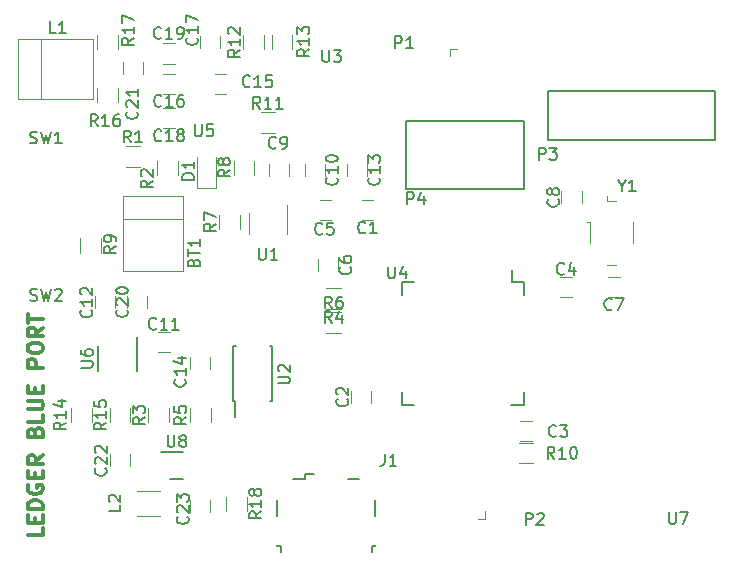
<source format=gto>
G04 #@! TF.FileFunction,Legend,Top*
%FSLAX46Y46*%
G04 Gerber Fmt 4.6, Leading zero omitted, Abs format (unit mm)*
G04 Created by KiCad (PCBNEW 4.0.6+dfsg1-1) date Tue Dec 26 18:50:37 2017*
%MOMM*%
%LPD*%
G01*
G04 APERTURE LIST*
%ADD10C,0.100000*%
%ADD11C,0.300000*%
%ADD12C,0.120000*%
%ADD13C,0.150000*%
G04 APERTURE END LIST*
D10*
D11*
X30113095Y-181310714D02*
X30113095Y-181929761D01*
X28813095Y-181929761D01*
X29432143Y-180877380D02*
X29432143Y-180444047D01*
X30113095Y-180258333D02*
X30113095Y-180877380D01*
X28813095Y-180877380D01*
X28813095Y-180258333D01*
X30113095Y-179701190D02*
X28813095Y-179701190D01*
X28813095Y-179391666D01*
X28875000Y-179205952D01*
X28998810Y-179082143D01*
X29122619Y-179020238D01*
X29370238Y-178958333D01*
X29555952Y-178958333D01*
X29803571Y-179020238D01*
X29927381Y-179082143D01*
X30051190Y-179205952D01*
X30113095Y-179391666D01*
X30113095Y-179701190D01*
X28875000Y-177720238D02*
X28813095Y-177844047D01*
X28813095Y-178029762D01*
X28875000Y-178215476D01*
X28998810Y-178339285D01*
X29122619Y-178401190D01*
X29370238Y-178463095D01*
X29555952Y-178463095D01*
X29803571Y-178401190D01*
X29927381Y-178339285D01*
X30051190Y-178215476D01*
X30113095Y-178029762D01*
X30113095Y-177905952D01*
X30051190Y-177720238D01*
X29989286Y-177658333D01*
X29555952Y-177658333D01*
X29555952Y-177905952D01*
X29432143Y-177101190D02*
X29432143Y-176667857D01*
X30113095Y-176482143D02*
X30113095Y-177101190D01*
X28813095Y-177101190D01*
X28813095Y-176482143D01*
X30113095Y-175182143D02*
X29494048Y-175615476D01*
X30113095Y-175925000D02*
X28813095Y-175925000D01*
X28813095Y-175429762D01*
X28875000Y-175305953D01*
X28936905Y-175244048D01*
X29060714Y-175182143D01*
X29246429Y-175182143D01*
X29370238Y-175244048D01*
X29432143Y-175305953D01*
X29494048Y-175429762D01*
X29494048Y-175925000D01*
X29432143Y-173201191D02*
X29494048Y-173015477D01*
X29555952Y-172953572D01*
X29679762Y-172891667D01*
X29865476Y-172891667D01*
X29989286Y-172953572D01*
X30051190Y-173015477D01*
X30113095Y-173139286D01*
X30113095Y-173634524D01*
X28813095Y-173634524D01*
X28813095Y-173201191D01*
X28875000Y-173077381D01*
X28936905Y-173015477D01*
X29060714Y-172953572D01*
X29184524Y-172953572D01*
X29308333Y-173015477D01*
X29370238Y-173077381D01*
X29432143Y-173201191D01*
X29432143Y-173634524D01*
X30113095Y-171715477D02*
X30113095Y-172334524D01*
X28813095Y-172334524D01*
X28813095Y-171282143D02*
X29865476Y-171282143D01*
X29989286Y-171220238D01*
X30051190Y-171158334D01*
X30113095Y-171034524D01*
X30113095Y-170786905D01*
X30051190Y-170663096D01*
X29989286Y-170601191D01*
X29865476Y-170539286D01*
X28813095Y-170539286D01*
X29432143Y-169920238D02*
X29432143Y-169486905D01*
X30113095Y-169301191D02*
X30113095Y-169920238D01*
X28813095Y-169920238D01*
X28813095Y-169301191D01*
X30113095Y-167753572D02*
X28813095Y-167753572D01*
X28813095Y-167258334D01*
X28875000Y-167134525D01*
X28936905Y-167072620D01*
X29060714Y-167010715D01*
X29246429Y-167010715D01*
X29370238Y-167072620D01*
X29432143Y-167134525D01*
X29494048Y-167258334D01*
X29494048Y-167753572D01*
X28813095Y-166205953D02*
X28813095Y-165958334D01*
X28875000Y-165834525D01*
X28998810Y-165710715D01*
X29246429Y-165648810D01*
X29679762Y-165648810D01*
X29927381Y-165710715D01*
X30051190Y-165834525D01*
X30113095Y-165958334D01*
X30113095Y-166205953D01*
X30051190Y-166329763D01*
X29927381Y-166453572D01*
X29679762Y-166515477D01*
X29246429Y-166515477D01*
X28998810Y-166453572D01*
X28875000Y-166329763D01*
X28813095Y-166205953D01*
X30113095Y-164348810D02*
X29494048Y-164782143D01*
X30113095Y-165091667D02*
X28813095Y-165091667D01*
X28813095Y-164596429D01*
X28875000Y-164472620D01*
X28936905Y-164410715D01*
X29060714Y-164348810D01*
X29246429Y-164348810D01*
X29370238Y-164410715D01*
X29432143Y-164472620D01*
X29494048Y-164596429D01*
X29494048Y-165091667D01*
X28813095Y-163977381D02*
X28813095Y-163234524D01*
X30113095Y-163605953D02*
X28813095Y-163605953D01*
D12*
X54530000Y-153580000D02*
X53530000Y-153580000D01*
X53530000Y-155280000D02*
X54530000Y-155280000D01*
X55100000Y-159575000D02*
X55100000Y-158575000D01*
X53400000Y-158575000D02*
X53400000Y-159575000D01*
X37450000Y-176075000D02*
X37450000Y-175075000D01*
X35750000Y-175075000D02*
X35750000Y-176075000D01*
X44250000Y-179975000D02*
X44250000Y-178975000D01*
X42550000Y-178975000D02*
X42550000Y-179975000D01*
D13*
X49950000Y-178925000D02*
X49950000Y-180325000D01*
X49950000Y-182725000D02*
X49950000Y-182875000D01*
X49950000Y-182875000D02*
X50250000Y-182875000D01*
X50250000Y-182875000D02*
X50250000Y-183325000D01*
X57950000Y-183325000D02*
X57950000Y-182875000D01*
X57950000Y-182875000D02*
X58250000Y-182875000D01*
X58250000Y-182875000D02*
X58250000Y-182725000D01*
X58250000Y-180325000D02*
X58250000Y-178925000D01*
X53025000Y-176750000D02*
X52300000Y-176750000D01*
X52300000Y-176750000D02*
X52300000Y-177175000D01*
X52300000Y-177175000D02*
X51300000Y-177175000D01*
X55900000Y-177175000D02*
X56900000Y-177175000D01*
D12*
X38050000Y-178205000D02*
X40050000Y-178205000D01*
X40050000Y-180345000D02*
X38050000Y-180345000D01*
X47520000Y-154635000D02*
X47520000Y-156435000D01*
X50740000Y-156435000D02*
X50740000Y-153985000D01*
D13*
X46235000Y-170560000D02*
X46335000Y-170560000D01*
X46235000Y-165910000D02*
X46435000Y-165910000D01*
X49485000Y-165910000D02*
X49285000Y-165910000D01*
X49485000Y-170560000D02*
X49285000Y-170560000D01*
X46235000Y-170560000D02*
X46235000Y-165910000D01*
X49485000Y-170560000D02*
X49485000Y-165910000D01*
X46335000Y-170560000D02*
X46335000Y-171910000D01*
X70815000Y-160520000D02*
X69815000Y-160520000D01*
X70815000Y-170870000D02*
X69740000Y-170870000D01*
X60465000Y-170870000D02*
X61540000Y-170870000D01*
X60465000Y-160520000D02*
X61540000Y-160520000D01*
X70815000Y-160520000D02*
X70815000Y-161595000D01*
X60465000Y-160520000D02*
X60465000Y-161595000D01*
X60465000Y-170870000D02*
X60465000Y-169795000D01*
X70815000Y-170870000D02*
X70815000Y-169795000D01*
X69815000Y-160520000D02*
X69815000Y-159495000D01*
X34805000Y-165915000D02*
X34805000Y-168015000D01*
X38055000Y-165140000D02*
X38055000Y-168015000D01*
X40850000Y-177175000D02*
X42000000Y-177175000D01*
X40075000Y-174925000D02*
X42000000Y-174925000D01*
D12*
X77825000Y-153225000D02*
X77825000Y-153625000D01*
X77825000Y-153625000D02*
X78625000Y-153625000D01*
X78625000Y-159025000D02*
X77825000Y-159025000D01*
X80025000Y-155425000D02*
X80025000Y-157225000D01*
X76425000Y-157225000D02*
X76425000Y-155425000D01*
X76425000Y-155425000D02*
X76185000Y-155425000D01*
X64555000Y-140745000D02*
X65190000Y-140745000D01*
X64555000Y-141380000D02*
X64555000Y-140745000D01*
X67545000Y-180530000D02*
X66910000Y-180530000D01*
X67545000Y-179895000D02*
X67545000Y-180530000D01*
X57075000Y-155275000D02*
X58075000Y-155275000D01*
X58075000Y-153575000D02*
X57075000Y-153575000D01*
X56150000Y-169725000D02*
X56150000Y-170725000D01*
X57850000Y-170725000D02*
X57850000Y-169725000D01*
X70475000Y-174000000D02*
X71475000Y-174000000D01*
X71475000Y-172300000D02*
X70475000Y-172300000D01*
X74900000Y-160075000D02*
X73900000Y-160075000D01*
X73900000Y-161775000D02*
X74900000Y-161775000D01*
X77925000Y-161775000D02*
X78925000Y-161775000D01*
X78925000Y-160075000D02*
X77925000Y-160075000D01*
X74000000Y-152825000D02*
X74000000Y-153825000D01*
X75700000Y-153825000D02*
X75700000Y-152825000D01*
X50925000Y-151525000D02*
X50925000Y-150525000D01*
X49225000Y-150525000D02*
X49225000Y-151525000D01*
X53950000Y-151525000D02*
X53950000Y-150525000D01*
X52250000Y-150525000D02*
X52250000Y-151525000D01*
X40825000Y-164725000D02*
X39825000Y-164725000D01*
X39825000Y-166425000D02*
X40825000Y-166425000D01*
X37250000Y-161700000D02*
X37250000Y-162700000D01*
X38950000Y-162700000D02*
X38950000Y-161700000D01*
X57525000Y-151525000D02*
X57525000Y-150525000D01*
X55825000Y-150525000D02*
X55825000Y-151525000D01*
X44225000Y-167850000D02*
X44225000Y-166850000D01*
X42525000Y-166850000D02*
X42525000Y-167850000D01*
X45640000Y-142850000D02*
X44640000Y-142850000D01*
X44640000Y-144550000D02*
X45640000Y-144550000D01*
X40275000Y-144550000D02*
X41275000Y-144550000D01*
X41275000Y-142850000D02*
X40275000Y-142850000D01*
X43425000Y-139650000D02*
X43425000Y-140650000D01*
X45125000Y-140650000D02*
X45125000Y-139650000D01*
X40275000Y-147475000D02*
X41275000Y-147475000D01*
X41275000Y-145775000D02*
X40275000Y-145775000D01*
X40275000Y-142000000D02*
X41275000Y-142000000D01*
X41275000Y-140300000D02*
X40275000Y-140300000D01*
X36200000Y-162700000D02*
X36200000Y-161700000D01*
X34500000Y-161700000D02*
X34500000Y-162700000D01*
X36875000Y-141900000D02*
X36875000Y-142900000D01*
X38575000Y-142900000D02*
X38575000Y-141900000D01*
X43125000Y-152550000D02*
X44725000Y-152550000D01*
X44725000Y-152550000D02*
X44725000Y-149950000D01*
X43125000Y-152550000D02*
X43125000Y-149950000D01*
X38300000Y-150755000D02*
X37100000Y-150755000D01*
X37100000Y-148995000D02*
X38300000Y-148995000D01*
X39770000Y-151425000D02*
X39770000Y-150225000D01*
X41530000Y-150225000D02*
X41530000Y-151425000D01*
X40780000Y-171175000D02*
X40780000Y-172375000D01*
X39020000Y-172375000D02*
X39020000Y-171175000D01*
X54100000Y-160995000D02*
X55300000Y-160995000D01*
X55300000Y-162755000D02*
X54100000Y-162755000D01*
X44305000Y-171175000D02*
X44305000Y-172375000D01*
X42545000Y-172375000D02*
X42545000Y-171175000D01*
X55300000Y-164805000D02*
X54100000Y-164805000D01*
X54100000Y-163045000D02*
X55300000Y-163045000D01*
X46805000Y-154800000D02*
X46805000Y-156000000D01*
X45045000Y-156000000D02*
X45045000Y-154800000D01*
X48005000Y-150225000D02*
X48005000Y-151425000D01*
X46245000Y-151425000D02*
X46245000Y-150225000D01*
X33220000Y-158000000D02*
X33220000Y-156800000D01*
X34980000Y-156800000D02*
X34980000Y-158000000D01*
X71625000Y-175855000D02*
X70425000Y-175855000D01*
X70425000Y-174095000D02*
X71625000Y-174095000D01*
X49730000Y-147890000D02*
X48530000Y-147890000D01*
X48530000Y-146130000D02*
X49730000Y-146130000D01*
X48840000Y-139590000D02*
X48840000Y-140790000D01*
X47080000Y-140790000D02*
X47080000Y-139590000D01*
X51230000Y-139590000D02*
X51230000Y-140790000D01*
X49470000Y-140790000D02*
X49470000Y-139590000D01*
X32470000Y-172375000D02*
X32470000Y-171175000D01*
X34230000Y-171175000D02*
X34230000Y-172375000D01*
X35745000Y-172375000D02*
X35745000Y-171175000D01*
X37505000Y-171175000D02*
X37505000Y-172375000D01*
X34695000Y-145250000D02*
X34695000Y-144050000D01*
X36455000Y-144050000D02*
X36455000Y-145250000D01*
X36455000Y-139600000D02*
X36455000Y-140800000D01*
X34695000Y-140800000D02*
X34695000Y-139600000D01*
X45595000Y-179875000D02*
X45595000Y-178675000D01*
X47355000Y-178675000D02*
X47355000Y-179875000D01*
X41935000Y-155130000D02*
X36855000Y-155130000D01*
X41935000Y-159570000D02*
X36855000Y-159570000D01*
X36855000Y-153230000D02*
X41935000Y-153230000D01*
X36855000Y-153230000D02*
X36855000Y-159570000D01*
X41935000Y-153230000D02*
X41935000Y-159570000D01*
D13*
X87025000Y-148500000D02*
X72825000Y-148500000D01*
X72825000Y-148500000D02*
X72825000Y-144300000D01*
X72825000Y-144300000D02*
X87025000Y-144300000D01*
X87025000Y-144300000D02*
X87025000Y-148500000D01*
X60820000Y-152640000D02*
X60820000Y-146840000D01*
X60820000Y-146840000D02*
X70820000Y-146840000D01*
X70820000Y-146840000D02*
X70820000Y-152640000D01*
X70820000Y-152640000D02*
X60820000Y-152640000D01*
D12*
X29905000Y-139890000D02*
X29905000Y-144970000D01*
X34345000Y-139890000D02*
X34345000Y-144970000D01*
X28005000Y-144970000D02*
X28005000Y-139890000D01*
X28005000Y-144970000D02*
X34345000Y-144970000D01*
X28005000Y-139890000D02*
X34345000Y-139890000D01*
D13*
X83114095Y-179971581D02*
X83114095Y-180781105D01*
X83161714Y-180876343D01*
X83209333Y-180923962D01*
X83304571Y-180971581D01*
X83495048Y-180971581D01*
X83590286Y-180923962D01*
X83637905Y-180876343D01*
X83685524Y-180781105D01*
X83685524Y-179971581D01*
X84066476Y-179971581D02*
X84733143Y-179971581D01*
X84304571Y-180971581D01*
X53763334Y-156387143D02*
X53715715Y-156434762D01*
X53572858Y-156482381D01*
X53477620Y-156482381D01*
X53334762Y-156434762D01*
X53239524Y-156339524D01*
X53191905Y-156244286D01*
X53144286Y-156053810D01*
X53144286Y-155910952D01*
X53191905Y-155720476D01*
X53239524Y-155625238D01*
X53334762Y-155530000D01*
X53477620Y-155482381D01*
X53572858Y-155482381D01*
X53715715Y-155530000D01*
X53763334Y-155577619D01*
X54668096Y-155482381D02*
X54191905Y-155482381D01*
X54144286Y-155958571D01*
X54191905Y-155910952D01*
X54287143Y-155863333D01*
X54525239Y-155863333D01*
X54620477Y-155910952D01*
X54668096Y-155958571D01*
X54715715Y-156053810D01*
X54715715Y-156291905D01*
X54668096Y-156387143D01*
X54620477Y-156434762D01*
X54525239Y-156482381D01*
X54287143Y-156482381D01*
X54191905Y-156434762D01*
X54144286Y-156387143D01*
X56107143Y-159241666D02*
X56154762Y-159289285D01*
X56202381Y-159432142D01*
X56202381Y-159527380D01*
X56154762Y-159670238D01*
X56059524Y-159765476D01*
X55964286Y-159813095D01*
X55773810Y-159860714D01*
X55630952Y-159860714D01*
X55440476Y-159813095D01*
X55345238Y-159765476D01*
X55250000Y-159670238D01*
X55202381Y-159527380D01*
X55202381Y-159432142D01*
X55250000Y-159289285D01*
X55297619Y-159241666D01*
X55202381Y-158384523D02*
X55202381Y-158575000D01*
X55250000Y-158670238D01*
X55297619Y-158717857D01*
X55440476Y-158813095D01*
X55630952Y-158860714D01*
X56011905Y-158860714D01*
X56107143Y-158813095D01*
X56154762Y-158765476D01*
X56202381Y-158670238D01*
X56202381Y-158479761D01*
X56154762Y-158384523D01*
X56107143Y-158336904D01*
X56011905Y-158289285D01*
X55773810Y-158289285D01*
X55678571Y-158336904D01*
X55630952Y-158384523D01*
X55583333Y-158479761D01*
X55583333Y-158670238D01*
X55630952Y-158765476D01*
X55678571Y-158813095D01*
X55773810Y-158860714D01*
X35397143Y-176267857D02*
X35444762Y-176315476D01*
X35492381Y-176458333D01*
X35492381Y-176553571D01*
X35444762Y-176696429D01*
X35349524Y-176791667D01*
X35254286Y-176839286D01*
X35063810Y-176886905D01*
X34920952Y-176886905D01*
X34730476Y-176839286D01*
X34635238Y-176791667D01*
X34540000Y-176696429D01*
X34492381Y-176553571D01*
X34492381Y-176458333D01*
X34540000Y-176315476D01*
X34587619Y-176267857D01*
X34587619Y-175886905D02*
X34540000Y-175839286D01*
X34492381Y-175744048D01*
X34492381Y-175505952D01*
X34540000Y-175410714D01*
X34587619Y-175363095D01*
X34682857Y-175315476D01*
X34778095Y-175315476D01*
X34920952Y-175363095D01*
X35492381Y-175934524D01*
X35492381Y-175315476D01*
X34587619Y-174934524D02*
X34540000Y-174886905D01*
X34492381Y-174791667D01*
X34492381Y-174553571D01*
X34540000Y-174458333D01*
X34587619Y-174410714D01*
X34682857Y-174363095D01*
X34778095Y-174363095D01*
X34920952Y-174410714D01*
X35492381Y-174982143D01*
X35492381Y-174363095D01*
X42332143Y-180367857D02*
X42379762Y-180415476D01*
X42427381Y-180558333D01*
X42427381Y-180653571D01*
X42379762Y-180796429D01*
X42284524Y-180891667D01*
X42189286Y-180939286D01*
X41998810Y-180986905D01*
X41855952Y-180986905D01*
X41665476Y-180939286D01*
X41570238Y-180891667D01*
X41475000Y-180796429D01*
X41427381Y-180653571D01*
X41427381Y-180558333D01*
X41475000Y-180415476D01*
X41522619Y-180367857D01*
X41522619Y-179986905D02*
X41475000Y-179939286D01*
X41427381Y-179844048D01*
X41427381Y-179605952D01*
X41475000Y-179510714D01*
X41522619Y-179463095D01*
X41617857Y-179415476D01*
X41713095Y-179415476D01*
X41855952Y-179463095D01*
X42427381Y-180034524D01*
X42427381Y-179415476D01*
X41427381Y-179082143D02*
X41427381Y-178463095D01*
X41808333Y-178796429D01*
X41808333Y-178653571D01*
X41855952Y-178558333D01*
X41903571Y-178510714D01*
X41998810Y-178463095D01*
X42236905Y-178463095D01*
X42332143Y-178510714D01*
X42379762Y-178558333D01*
X42427381Y-178653571D01*
X42427381Y-178939286D01*
X42379762Y-179034524D01*
X42332143Y-179082143D01*
X59026667Y-175052381D02*
X59026667Y-175766667D01*
X58979047Y-175909524D01*
X58883809Y-176004762D01*
X58740952Y-176052381D01*
X58645714Y-176052381D01*
X60026667Y-176052381D02*
X59455238Y-176052381D01*
X59740952Y-176052381D02*
X59740952Y-175052381D01*
X59645714Y-175195238D01*
X59550476Y-175290476D01*
X59455238Y-175338095D01*
X36652381Y-179366666D02*
X36652381Y-179842857D01*
X35652381Y-179842857D01*
X35747619Y-179080952D02*
X35700000Y-179033333D01*
X35652381Y-178938095D01*
X35652381Y-178699999D01*
X35700000Y-178604761D01*
X35747619Y-178557142D01*
X35842857Y-178509523D01*
X35938095Y-178509523D01*
X36080952Y-178557142D01*
X36652381Y-179128571D01*
X36652381Y-178509523D01*
X48388095Y-157622381D02*
X48388095Y-158431905D01*
X48435714Y-158527143D01*
X48483333Y-158574762D01*
X48578571Y-158622381D01*
X48769048Y-158622381D01*
X48864286Y-158574762D01*
X48911905Y-158527143D01*
X48959524Y-158431905D01*
X48959524Y-157622381D01*
X49959524Y-158622381D02*
X49388095Y-158622381D01*
X49673809Y-158622381D02*
X49673809Y-157622381D01*
X49578571Y-157765238D01*
X49483333Y-157860476D01*
X49388095Y-157908095D01*
X50012381Y-169071905D02*
X50821905Y-169071905D01*
X50917143Y-169024286D01*
X50964762Y-168976667D01*
X51012381Y-168881429D01*
X51012381Y-168690952D01*
X50964762Y-168595714D01*
X50917143Y-168548095D01*
X50821905Y-168500476D01*
X50012381Y-168500476D01*
X50107619Y-168071905D02*
X50060000Y-168024286D01*
X50012381Y-167929048D01*
X50012381Y-167690952D01*
X50060000Y-167595714D01*
X50107619Y-167548095D01*
X50202857Y-167500476D01*
X50298095Y-167500476D01*
X50440952Y-167548095D01*
X51012381Y-168119524D01*
X51012381Y-167500476D01*
X59328095Y-159192381D02*
X59328095Y-160001905D01*
X59375714Y-160097143D01*
X59423333Y-160144762D01*
X59518571Y-160192381D01*
X59709048Y-160192381D01*
X59804286Y-160144762D01*
X59851905Y-160097143D01*
X59899524Y-160001905D01*
X59899524Y-159192381D01*
X60804286Y-159525714D02*
X60804286Y-160192381D01*
X60566190Y-159144762D02*
X60328095Y-159859048D01*
X60947143Y-159859048D01*
X33312381Y-167741905D02*
X34121905Y-167741905D01*
X34217143Y-167694286D01*
X34264762Y-167646667D01*
X34312381Y-167551429D01*
X34312381Y-167360952D01*
X34264762Y-167265714D01*
X34217143Y-167218095D01*
X34121905Y-167170476D01*
X33312381Y-167170476D01*
X33312381Y-166265714D02*
X33312381Y-166456191D01*
X33360000Y-166551429D01*
X33407619Y-166599048D01*
X33550476Y-166694286D01*
X33740952Y-166741905D01*
X34121905Y-166741905D01*
X34217143Y-166694286D01*
X34264762Y-166646667D01*
X34312381Y-166551429D01*
X34312381Y-166360952D01*
X34264762Y-166265714D01*
X34217143Y-166218095D01*
X34121905Y-166170476D01*
X33883810Y-166170476D01*
X33788571Y-166218095D01*
X33740952Y-166265714D01*
X33693333Y-166360952D01*
X33693333Y-166551429D01*
X33740952Y-166646667D01*
X33788571Y-166694286D01*
X33883810Y-166741905D01*
X40663095Y-173452381D02*
X40663095Y-174261905D01*
X40710714Y-174357143D01*
X40758333Y-174404762D01*
X40853571Y-174452381D01*
X41044048Y-174452381D01*
X41139286Y-174404762D01*
X41186905Y-174357143D01*
X41234524Y-174261905D01*
X41234524Y-173452381D01*
X41853571Y-173880952D02*
X41758333Y-173833333D01*
X41710714Y-173785714D01*
X41663095Y-173690476D01*
X41663095Y-173642857D01*
X41710714Y-173547619D01*
X41758333Y-173500000D01*
X41853571Y-173452381D01*
X42044048Y-173452381D01*
X42139286Y-173500000D01*
X42186905Y-173547619D01*
X42234524Y-173642857D01*
X42234524Y-173690476D01*
X42186905Y-173785714D01*
X42139286Y-173833333D01*
X42044048Y-173880952D01*
X41853571Y-173880952D01*
X41758333Y-173928571D01*
X41710714Y-173976190D01*
X41663095Y-174071429D01*
X41663095Y-174261905D01*
X41710714Y-174357143D01*
X41758333Y-174404762D01*
X41853571Y-174452381D01*
X42044048Y-174452381D01*
X42139286Y-174404762D01*
X42186905Y-174357143D01*
X42234524Y-174261905D01*
X42234524Y-174071429D01*
X42186905Y-173976190D01*
X42139286Y-173928571D01*
X42044048Y-173880952D01*
X79093809Y-152356190D02*
X79093809Y-152832381D01*
X78760476Y-151832381D02*
X79093809Y-152356190D01*
X79427143Y-151832381D01*
X80284286Y-152832381D02*
X79712857Y-152832381D01*
X79998571Y-152832381D02*
X79998571Y-151832381D01*
X79903333Y-151975238D01*
X79808095Y-152070476D01*
X79712857Y-152118095D01*
X59921905Y-140702381D02*
X59921905Y-139702381D01*
X60302858Y-139702381D01*
X60398096Y-139750000D01*
X60445715Y-139797619D01*
X60493334Y-139892857D01*
X60493334Y-140035714D01*
X60445715Y-140130952D01*
X60398096Y-140178571D01*
X60302858Y-140226190D01*
X59921905Y-140226190D01*
X61445715Y-140702381D02*
X60874286Y-140702381D01*
X61160000Y-140702381D02*
X61160000Y-139702381D01*
X61064762Y-139845238D01*
X60969524Y-139940476D01*
X60874286Y-139988095D01*
X70981905Y-181062381D02*
X70981905Y-180062381D01*
X71362858Y-180062381D01*
X71458096Y-180110000D01*
X71505715Y-180157619D01*
X71553334Y-180252857D01*
X71553334Y-180395714D01*
X71505715Y-180490952D01*
X71458096Y-180538571D01*
X71362858Y-180586190D01*
X70981905Y-180586190D01*
X71934286Y-180157619D02*
X71981905Y-180110000D01*
X72077143Y-180062381D01*
X72315239Y-180062381D01*
X72410477Y-180110000D01*
X72458096Y-180157619D01*
X72505715Y-180252857D01*
X72505715Y-180348095D01*
X72458096Y-180490952D01*
X71886667Y-181062381D01*
X72505715Y-181062381D01*
X57408334Y-156282143D02*
X57360715Y-156329762D01*
X57217858Y-156377381D01*
X57122620Y-156377381D01*
X56979762Y-156329762D01*
X56884524Y-156234524D01*
X56836905Y-156139286D01*
X56789286Y-155948810D01*
X56789286Y-155805952D01*
X56836905Y-155615476D01*
X56884524Y-155520238D01*
X56979762Y-155425000D01*
X57122620Y-155377381D01*
X57217858Y-155377381D01*
X57360715Y-155425000D01*
X57408334Y-155472619D01*
X58360715Y-156377381D02*
X57789286Y-156377381D01*
X58075000Y-156377381D02*
X58075000Y-155377381D01*
X57979762Y-155520238D01*
X57884524Y-155615476D01*
X57789286Y-155663095D01*
X55857143Y-170391666D02*
X55904762Y-170439285D01*
X55952381Y-170582142D01*
X55952381Y-170677380D01*
X55904762Y-170820238D01*
X55809524Y-170915476D01*
X55714286Y-170963095D01*
X55523810Y-171010714D01*
X55380952Y-171010714D01*
X55190476Y-170963095D01*
X55095238Y-170915476D01*
X55000000Y-170820238D01*
X54952381Y-170677380D01*
X54952381Y-170582142D01*
X55000000Y-170439285D01*
X55047619Y-170391666D01*
X55047619Y-170010714D02*
X55000000Y-169963095D01*
X54952381Y-169867857D01*
X54952381Y-169629761D01*
X55000000Y-169534523D01*
X55047619Y-169486904D01*
X55142857Y-169439285D01*
X55238095Y-169439285D01*
X55380952Y-169486904D01*
X55952381Y-170058333D01*
X55952381Y-169439285D01*
X73558334Y-173507143D02*
X73510715Y-173554762D01*
X73367858Y-173602381D01*
X73272620Y-173602381D01*
X73129762Y-173554762D01*
X73034524Y-173459524D01*
X72986905Y-173364286D01*
X72939286Y-173173810D01*
X72939286Y-173030952D01*
X72986905Y-172840476D01*
X73034524Y-172745238D01*
X73129762Y-172650000D01*
X73272620Y-172602381D01*
X73367858Y-172602381D01*
X73510715Y-172650000D01*
X73558334Y-172697619D01*
X73891667Y-172602381D02*
X74510715Y-172602381D01*
X74177381Y-172983333D01*
X74320239Y-172983333D01*
X74415477Y-173030952D01*
X74463096Y-173078571D01*
X74510715Y-173173810D01*
X74510715Y-173411905D01*
X74463096Y-173507143D01*
X74415477Y-173554762D01*
X74320239Y-173602381D01*
X74034524Y-173602381D01*
X73939286Y-173554762D01*
X73891667Y-173507143D01*
X74233334Y-159782143D02*
X74185715Y-159829762D01*
X74042858Y-159877381D01*
X73947620Y-159877381D01*
X73804762Y-159829762D01*
X73709524Y-159734524D01*
X73661905Y-159639286D01*
X73614286Y-159448810D01*
X73614286Y-159305952D01*
X73661905Y-159115476D01*
X73709524Y-159020238D01*
X73804762Y-158925000D01*
X73947620Y-158877381D01*
X74042858Y-158877381D01*
X74185715Y-158925000D01*
X74233334Y-158972619D01*
X75090477Y-159210714D02*
X75090477Y-159877381D01*
X74852381Y-158829762D02*
X74614286Y-159544048D01*
X75233334Y-159544048D01*
X78258334Y-162782143D02*
X78210715Y-162829762D01*
X78067858Y-162877381D01*
X77972620Y-162877381D01*
X77829762Y-162829762D01*
X77734524Y-162734524D01*
X77686905Y-162639286D01*
X77639286Y-162448810D01*
X77639286Y-162305952D01*
X77686905Y-162115476D01*
X77734524Y-162020238D01*
X77829762Y-161925000D01*
X77972620Y-161877381D01*
X78067858Y-161877381D01*
X78210715Y-161925000D01*
X78258334Y-161972619D01*
X78591667Y-161877381D02*
X79258334Y-161877381D01*
X78829762Y-162877381D01*
X73707143Y-153491666D02*
X73754762Y-153539285D01*
X73802381Y-153682142D01*
X73802381Y-153777380D01*
X73754762Y-153920238D01*
X73659524Y-154015476D01*
X73564286Y-154063095D01*
X73373810Y-154110714D01*
X73230952Y-154110714D01*
X73040476Y-154063095D01*
X72945238Y-154015476D01*
X72850000Y-153920238D01*
X72802381Y-153777380D01*
X72802381Y-153682142D01*
X72850000Y-153539285D01*
X72897619Y-153491666D01*
X73230952Y-152920238D02*
X73183333Y-153015476D01*
X73135714Y-153063095D01*
X73040476Y-153110714D01*
X72992857Y-153110714D01*
X72897619Y-153063095D01*
X72850000Y-153015476D01*
X72802381Y-152920238D01*
X72802381Y-152729761D01*
X72850000Y-152634523D01*
X72897619Y-152586904D01*
X72992857Y-152539285D01*
X73040476Y-152539285D01*
X73135714Y-152586904D01*
X73183333Y-152634523D01*
X73230952Y-152729761D01*
X73230952Y-152920238D01*
X73278571Y-153015476D01*
X73326190Y-153063095D01*
X73421429Y-153110714D01*
X73611905Y-153110714D01*
X73707143Y-153063095D01*
X73754762Y-153015476D01*
X73802381Y-152920238D01*
X73802381Y-152729761D01*
X73754762Y-152634523D01*
X73707143Y-152586904D01*
X73611905Y-152539285D01*
X73421429Y-152539285D01*
X73326190Y-152586904D01*
X73278571Y-152634523D01*
X73230952Y-152729761D01*
X49833334Y-149107143D02*
X49785715Y-149154762D01*
X49642858Y-149202381D01*
X49547620Y-149202381D01*
X49404762Y-149154762D01*
X49309524Y-149059524D01*
X49261905Y-148964286D01*
X49214286Y-148773810D01*
X49214286Y-148630952D01*
X49261905Y-148440476D01*
X49309524Y-148345238D01*
X49404762Y-148250000D01*
X49547620Y-148202381D01*
X49642858Y-148202381D01*
X49785715Y-148250000D01*
X49833334Y-148297619D01*
X50309524Y-149202381D02*
X50500000Y-149202381D01*
X50595239Y-149154762D01*
X50642858Y-149107143D01*
X50738096Y-148964286D01*
X50785715Y-148773810D01*
X50785715Y-148392857D01*
X50738096Y-148297619D01*
X50690477Y-148250000D01*
X50595239Y-148202381D01*
X50404762Y-148202381D01*
X50309524Y-148250000D01*
X50261905Y-148297619D01*
X50214286Y-148392857D01*
X50214286Y-148630952D01*
X50261905Y-148726190D01*
X50309524Y-148773810D01*
X50404762Y-148821429D01*
X50595239Y-148821429D01*
X50690477Y-148773810D01*
X50738096Y-148726190D01*
X50785715Y-148630952D01*
X54957143Y-151667857D02*
X55004762Y-151715476D01*
X55052381Y-151858333D01*
X55052381Y-151953571D01*
X55004762Y-152096429D01*
X54909524Y-152191667D01*
X54814286Y-152239286D01*
X54623810Y-152286905D01*
X54480952Y-152286905D01*
X54290476Y-152239286D01*
X54195238Y-152191667D01*
X54100000Y-152096429D01*
X54052381Y-151953571D01*
X54052381Y-151858333D01*
X54100000Y-151715476D01*
X54147619Y-151667857D01*
X55052381Y-150715476D02*
X55052381Y-151286905D01*
X55052381Y-151001191D02*
X54052381Y-151001191D01*
X54195238Y-151096429D01*
X54290476Y-151191667D01*
X54338095Y-151286905D01*
X54052381Y-150096429D02*
X54052381Y-150001190D01*
X54100000Y-149905952D01*
X54147619Y-149858333D01*
X54242857Y-149810714D01*
X54433333Y-149763095D01*
X54671429Y-149763095D01*
X54861905Y-149810714D01*
X54957143Y-149858333D01*
X55004762Y-149905952D01*
X55052381Y-150001190D01*
X55052381Y-150096429D01*
X55004762Y-150191667D01*
X54957143Y-150239286D01*
X54861905Y-150286905D01*
X54671429Y-150334524D01*
X54433333Y-150334524D01*
X54242857Y-150286905D01*
X54147619Y-150239286D01*
X54100000Y-150191667D01*
X54052381Y-150096429D01*
X39682143Y-164432143D02*
X39634524Y-164479762D01*
X39491667Y-164527381D01*
X39396429Y-164527381D01*
X39253571Y-164479762D01*
X39158333Y-164384524D01*
X39110714Y-164289286D01*
X39063095Y-164098810D01*
X39063095Y-163955952D01*
X39110714Y-163765476D01*
X39158333Y-163670238D01*
X39253571Y-163575000D01*
X39396429Y-163527381D01*
X39491667Y-163527381D01*
X39634524Y-163575000D01*
X39682143Y-163622619D01*
X40634524Y-164527381D02*
X40063095Y-164527381D01*
X40348809Y-164527381D02*
X40348809Y-163527381D01*
X40253571Y-163670238D01*
X40158333Y-163765476D01*
X40063095Y-163813095D01*
X41586905Y-164527381D02*
X41015476Y-164527381D01*
X41301190Y-164527381D02*
X41301190Y-163527381D01*
X41205952Y-163670238D01*
X41110714Y-163765476D01*
X41015476Y-163813095D01*
X34182143Y-162867857D02*
X34229762Y-162915476D01*
X34277381Y-163058333D01*
X34277381Y-163153571D01*
X34229762Y-163296429D01*
X34134524Y-163391667D01*
X34039286Y-163439286D01*
X33848810Y-163486905D01*
X33705952Y-163486905D01*
X33515476Y-163439286D01*
X33420238Y-163391667D01*
X33325000Y-163296429D01*
X33277381Y-163153571D01*
X33277381Y-163058333D01*
X33325000Y-162915476D01*
X33372619Y-162867857D01*
X34277381Y-161915476D02*
X34277381Y-162486905D01*
X34277381Y-162201191D02*
X33277381Y-162201191D01*
X33420238Y-162296429D01*
X33515476Y-162391667D01*
X33563095Y-162486905D01*
X33372619Y-161534524D02*
X33325000Y-161486905D01*
X33277381Y-161391667D01*
X33277381Y-161153571D01*
X33325000Y-161058333D01*
X33372619Y-161010714D01*
X33467857Y-160963095D01*
X33563095Y-160963095D01*
X33705952Y-161010714D01*
X34277381Y-161582143D01*
X34277381Y-160963095D01*
X58532143Y-151667857D02*
X58579762Y-151715476D01*
X58627381Y-151858333D01*
X58627381Y-151953571D01*
X58579762Y-152096429D01*
X58484524Y-152191667D01*
X58389286Y-152239286D01*
X58198810Y-152286905D01*
X58055952Y-152286905D01*
X57865476Y-152239286D01*
X57770238Y-152191667D01*
X57675000Y-152096429D01*
X57627381Y-151953571D01*
X57627381Y-151858333D01*
X57675000Y-151715476D01*
X57722619Y-151667857D01*
X58627381Y-150715476D02*
X58627381Y-151286905D01*
X58627381Y-151001191D02*
X57627381Y-151001191D01*
X57770238Y-151096429D01*
X57865476Y-151191667D01*
X57913095Y-151286905D01*
X57627381Y-150382143D02*
X57627381Y-149763095D01*
X58008333Y-150096429D01*
X58008333Y-149953571D01*
X58055952Y-149858333D01*
X58103571Y-149810714D01*
X58198810Y-149763095D01*
X58436905Y-149763095D01*
X58532143Y-149810714D01*
X58579762Y-149858333D01*
X58627381Y-149953571D01*
X58627381Y-150239286D01*
X58579762Y-150334524D01*
X58532143Y-150382143D01*
X42097143Y-168732857D02*
X42144762Y-168780476D01*
X42192381Y-168923333D01*
X42192381Y-169018571D01*
X42144762Y-169161429D01*
X42049524Y-169256667D01*
X41954286Y-169304286D01*
X41763810Y-169351905D01*
X41620952Y-169351905D01*
X41430476Y-169304286D01*
X41335238Y-169256667D01*
X41240000Y-169161429D01*
X41192381Y-169018571D01*
X41192381Y-168923333D01*
X41240000Y-168780476D01*
X41287619Y-168732857D01*
X42192381Y-167780476D02*
X42192381Y-168351905D01*
X42192381Y-168066191D02*
X41192381Y-168066191D01*
X41335238Y-168161429D01*
X41430476Y-168256667D01*
X41478095Y-168351905D01*
X41525714Y-166923333D02*
X42192381Y-166923333D01*
X41144762Y-167161429D02*
X41859048Y-167399524D01*
X41859048Y-166780476D01*
X47617143Y-143897143D02*
X47569524Y-143944762D01*
X47426667Y-143992381D01*
X47331429Y-143992381D01*
X47188571Y-143944762D01*
X47093333Y-143849524D01*
X47045714Y-143754286D01*
X46998095Y-143563810D01*
X46998095Y-143420952D01*
X47045714Y-143230476D01*
X47093333Y-143135238D01*
X47188571Y-143040000D01*
X47331429Y-142992381D01*
X47426667Y-142992381D01*
X47569524Y-143040000D01*
X47617143Y-143087619D01*
X48569524Y-143992381D02*
X47998095Y-143992381D01*
X48283809Y-143992381D02*
X48283809Y-142992381D01*
X48188571Y-143135238D01*
X48093333Y-143230476D01*
X47998095Y-143278095D01*
X49474286Y-142992381D02*
X48998095Y-142992381D01*
X48950476Y-143468571D01*
X48998095Y-143420952D01*
X49093333Y-143373333D01*
X49331429Y-143373333D01*
X49426667Y-143420952D01*
X49474286Y-143468571D01*
X49521905Y-143563810D01*
X49521905Y-143801905D01*
X49474286Y-143897143D01*
X49426667Y-143944762D01*
X49331429Y-143992381D01*
X49093333Y-143992381D01*
X48998095Y-143944762D01*
X48950476Y-143897143D01*
X40132143Y-145557143D02*
X40084524Y-145604762D01*
X39941667Y-145652381D01*
X39846429Y-145652381D01*
X39703571Y-145604762D01*
X39608333Y-145509524D01*
X39560714Y-145414286D01*
X39513095Y-145223810D01*
X39513095Y-145080952D01*
X39560714Y-144890476D01*
X39608333Y-144795238D01*
X39703571Y-144700000D01*
X39846429Y-144652381D01*
X39941667Y-144652381D01*
X40084524Y-144700000D01*
X40132143Y-144747619D01*
X41084524Y-145652381D02*
X40513095Y-145652381D01*
X40798809Y-145652381D02*
X40798809Y-144652381D01*
X40703571Y-144795238D01*
X40608333Y-144890476D01*
X40513095Y-144938095D01*
X41941667Y-144652381D02*
X41751190Y-144652381D01*
X41655952Y-144700000D01*
X41608333Y-144747619D01*
X41513095Y-144890476D01*
X41465476Y-145080952D01*
X41465476Y-145461905D01*
X41513095Y-145557143D01*
X41560714Y-145604762D01*
X41655952Y-145652381D01*
X41846429Y-145652381D01*
X41941667Y-145604762D01*
X41989286Y-145557143D01*
X42036905Y-145461905D01*
X42036905Y-145223810D01*
X41989286Y-145128571D01*
X41941667Y-145080952D01*
X41846429Y-145033333D01*
X41655952Y-145033333D01*
X41560714Y-145080952D01*
X41513095Y-145128571D01*
X41465476Y-145223810D01*
X43127143Y-139802857D02*
X43174762Y-139850476D01*
X43222381Y-139993333D01*
X43222381Y-140088571D01*
X43174762Y-140231429D01*
X43079524Y-140326667D01*
X42984286Y-140374286D01*
X42793810Y-140421905D01*
X42650952Y-140421905D01*
X42460476Y-140374286D01*
X42365238Y-140326667D01*
X42270000Y-140231429D01*
X42222381Y-140088571D01*
X42222381Y-139993333D01*
X42270000Y-139850476D01*
X42317619Y-139802857D01*
X43222381Y-138850476D02*
X43222381Y-139421905D01*
X43222381Y-139136191D02*
X42222381Y-139136191D01*
X42365238Y-139231429D01*
X42460476Y-139326667D01*
X42508095Y-139421905D01*
X42222381Y-138517143D02*
X42222381Y-137850476D01*
X43222381Y-138279048D01*
X40132143Y-148482143D02*
X40084524Y-148529762D01*
X39941667Y-148577381D01*
X39846429Y-148577381D01*
X39703571Y-148529762D01*
X39608333Y-148434524D01*
X39560714Y-148339286D01*
X39513095Y-148148810D01*
X39513095Y-148005952D01*
X39560714Y-147815476D01*
X39608333Y-147720238D01*
X39703571Y-147625000D01*
X39846429Y-147577381D01*
X39941667Y-147577381D01*
X40084524Y-147625000D01*
X40132143Y-147672619D01*
X41084524Y-148577381D02*
X40513095Y-148577381D01*
X40798809Y-148577381D02*
X40798809Y-147577381D01*
X40703571Y-147720238D01*
X40608333Y-147815476D01*
X40513095Y-147863095D01*
X41655952Y-148005952D02*
X41560714Y-147958333D01*
X41513095Y-147910714D01*
X41465476Y-147815476D01*
X41465476Y-147767857D01*
X41513095Y-147672619D01*
X41560714Y-147625000D01*
X41655952Y-147577381D01*
X41846429Y-147577381D01*
X41941667Y-147625000D01*
X41989286Y-147672619D01*
X42036905Y-147767857D01*
X42036905Y-147815476D01*
X41989286Y-147910714D01*
X41941667Y-147958333D01*
X41846429Y-148005952D01*
X41655952Y-148005952D01*
X41560714Y-148053571D01*
X41513095Y-148101190D01*
X41465476Y-148196429D01*
X41465476Y-148386905D01*
X41513095Y-148482143D01*
X41560714Y-148529762D01*
X41655952Y-148577381D01*
X41846429Y-148577381D01*
X41941667Y-148529762D01*
X41989286Y-148482143D01*
X42036905Y-148386905D01*
X42036905Y-148196429D01*
X41989286Y-148101190D01*
X41941667Y-148053571D01*
X41846429Y-148005952D01*
X40107143Y-139807143D02*
X40059524Y-139854762D01*
X39916667Y-139902381D01*
X39821429Y-139902381D01*
X39678571Y-139854762D01*
X39583333Y-139759524D01*
X39535714Y-139664286D01*
X39488095Y-139473810D01*
X39488095Y-139330952D01*
X39535714Y-139140476D01*
X39583333Y-139045238D01*
X39678571Y-138950000D01*
X39821429Y-138902381D01*
X39916667Y-138902381D01*
X40059524Y-138950000D01*
X40107143Y-138997619D01*
X41059524Y-139902381D02*
X40488095Y-139902381D01*
X40773809Y-139902381D02*
X40773809Y-138902381D01*
X40678571Y-139045238D01*
X40583333Y-139140476D01*
X40488095Y-139188095D01*
X41535714Y-139902381D02*
X41726190Y-139902381D01*
X41821429Y-139854762D01*
X41869048Y-139807143D01*
X41964286Y-139664286D01*
X42011905Y-139473810D01*
X42011905Y-139092857D01*
X41964286Y-138997619D01*
X41916667Y-138950000D01*
X41821429Y-138902381D01*
X41630952Y-138902381D01*
X41535714Y-138950000D01*
X41488095Y-138997619D01*
X41440476Y-139092857D01*
X41440476Y-139330952D01*
X41488095Y-139426190D01*
X41535714Y-139473810D01*
X41630952Y-139521429D01*
X41821429Y-139521429D01*
X41916667Y-139473810D01*
X41964286Y-139426190D01*
X42011905Y-139330952D01*
X37207143Y-162842857D02*
X37254762Y-162890476D01*
X37302381Y-163033333D01*
X37302381Y-163128571D01*
X37254762Y-163271429D01*
X37159524Y-163366667D01*
X37064286Y-163414286D01*
X36873810Y-163461905D01*
X36730952Y-163461905D01*
X36540476Y-163414286D01*
X36445238Y-163366667D01*
X36350000Y-163271429D01*
X36302381Y-163128571D01*
X36302381Y-163033333D01*
X36350000Y-162890476D01*
X36397619Y-162842857D01*
X36397619Y-162461905D02*
X36350000Y-162414286D01*
X36302381Y-162319048D01*
X36302381Y-162080952D01*
X36350000Y-161985714D01*
X36397619Y-161938095D01*
X36492857Y-161890476D01*
X36588095Y-161890476D01*
X36730952Y-161938095D01*
X37302381Y-162509524D01*
X37302381Y-161890476D01*
X36302381Y-161271429D02*
X36302381Y-161176190D01*
X36350000Y-161080952D01*
X36397619Y-161033333D01*
X36492857Y-160985714D01*
X36683333Y-160938095D01*
X36921429Y-160938095D01*
X37111905Y-160985714D01*
X37207143Y-161033333D01*
X37254762Y-161080952D01*
X37302381Y-161176190D01*
X37302381Y-161271429D01*
X37254762Y-161366667D01*
X37207143Y-161414286D01*
X37111905Y-161461905D01*
X36921429Y-161509524D01*
X36683333Y-161509524D01*
X36492857Y-161461905D01*
X36397619Y-161414286D01*
X36350000Y-161366667D01*
X36302381Y-161271429D01*
X38057143Y-146067857D02*
X38104762Y-146115476D01*
X38152381Y-146258333D01*
X38152381Y-146353571D01*
X38104762Y-146496429D01*
X38009524Y-146591667D01*
X37914286Y-146639286D01*
X37723810Y-146686905D01*
X37580952Y-146686905D01*
X37390476Y-146639286D01*
X37295238Y-146591667D01*
X37200000Y-146496429D01*
X37152381Y-146353571D01*
X37152381Y-146258333D01*
X37200000Y-146115476D01*
X37247619Y-146067857D01*
X37247619Y-145686905D02*
X37200000Y-145639286D01*
X37152381Y-145544048D01*
X37152381Y-145305952D01*
X37200000Y-145210714D01*
X37247619Y-145163095D01*
X37342857Y-145115476D01*
X37438095Y-145115476D01*
X37580952Y-145163095D01*
X38152381Y-145734524D01*
X38152381Y-145115476D01*
X38152381Y-144163095D02*
X38152381Y-144734524D01*
X38152381Y-144448810D02*
X37152381Y-144448810D01*
X37295238Y-144544048D01*
X37390476Y-144639286D01*
X37438095Y-144734524D01*
X42892381Y-151818095D02*
X41892381Y-151818095D01*
X41892381Y-151580000D01*
X41940000Y-151437142D01*
X42035238Y-151341904D01*
X42130476Y-151294285D01*
X42320952Y-151246666D01*
X42463810Y-151246666D01*
X42654286Y-151294285D01*
X42749524Y-151341904D01*
X42844762Y-151437142D01*
X42892381Y-151580000D01*
X42892381Y-151818095D01*
X42892381Y-150294285D02*
X42892381Y-150865714D01*
X42892381Y-150580000D02*
X41892381Y-150580000D01*
X42035238Y-150675238D01*
X42130476Y-150770476D01*
X42178095Y-150865714D01*
X37533334Y-148677381D02*
X37200000Y-148201190D01*
X36961905Y-148677381D02*
X36961905Y-147677381D01*
X37342858Y-147677381D01*
X37438096Y-147725000D01*
X37485715Y-147772619D01*
X37533334Y-147867857D01*
X37533334Y-148010714D01*
X37485715Y-148105952D01*
X37438096Y-148153571D01*
X37342858Y-148201190D01*
X36961905Y-148201190D01*
X38485715Y-148677381D02*
X37914286Y-148677381D01*
X38200000Y-148677381D02*
X38200000Y-147677381D01*
X38104762Y-147820238D01*
X38009524Y-147915476D01*
X37914286Y-147963095D01*
X39392381Y-151916666D02*
X38916190Y-152250000D01*
X39392381Y-152488095D02*
X38392381Y-152488095D01*
X38392381Y-152107142D01*
X38440000Y-152011904D01*
X38487619Y-151964285D01*
X38582857Y-151916666D01*
X38725714Y-151916666D01*
X38820952Y-151964285D01*
X38868571Y-152011904D01*
X38916190Y-152107142D01*
X38916190Y-152488095D01*
X38487619Y-151535714D02*
X38440000Y-151488095D01*
X38392381Y-151392857D01*
X38392381Y-151154761D01*
X38440000Y-151059523D01*
X38487619Y-151011904D01*
X38582857Y-150964285D01*
X38678095Y-150964285D01*
X38820952Y-151011904D01*
X39392381Y-151583333D01*
X39392381Y-150964285D01*
X38702381Y-171941666D02*
X38226190Y-172275000D01*
X38702381Y-172513095D02*
X37702381Y-172513095D01*
X37702381Y-172132142D01*
X37750000Y-172036904D01*
X37797619Y-171989285D01*
X37892857Y-171941666D01*
X38035714Y-171941666D01*
X38130952Y-171989285D01*
X38178571Y-172036904D01*
X38226190Y-172132142D01*
X38226190Y-172513095D01*
X37702381Y-171608333D02*
X37702381Y-170989285D01*
X38083333Y-171322619D01*
X38083333Y-171179761D01*
X38130952Y-171084523D01*
X38178571Y-171036904D01*
X38273810Y-170989285D01*
X38511905Y-170989285D01*
X38607143Y-171036904D01*
X38654762Y-171084523D01*
X38702381Y-171179761D01*
X38702381Y-171465476D01*
X38654762Y-171560714D01*
X38607143Y-171608333D01*
X54533334Y-163977381D02*
X54200000Y-163501190D01*
X53961905Y-163977381D02*
X53961905Y-162977381D01*
X54342858Y-162977381D01*
X54438096Y-163025000D01*
X54485715Y-163072619D01*
X54533334Y-163167857D01*
X54533334Y-163310714D01*
X54485715Y-163405952D01*
X54438096Y-163453571D01*
X54342858Y-163501190D01*
X53961905Y-163501190D01*
X55390477Y-163310714D02*
X55390477Y-163977381D01*
X55152381Y-162929762D02*
X54914286Y-163644048D01*
X55533334Y-163644048D01*
X42227381Y-171941666D02*
X41751190Y-172275000D01*
X42227381Y-172513095D02*
X41227381Y-172513095D01*
X41227381Y-172132142D01*
X41275000Y-172036904D01*
X41322619Y-171989285D01*
X41417857Y-171941666D01*
X41560714Y-171941666D01*
X41655952Y-171989285D01*
X41703571Y-172036904D01*
X41751190Y-172132142D01*
X41751190Y-172513095D01*
X41227381Y-171036904D02*
X41227381Y-171513095D01*
X41703571Y-171560714D01*
X41655952Y-171513095D01*
X41608333Y-171417857D01*
X41608333Y-171179761D01*
X41655952Y-171084523D01*
X41703571Y-171036904D01*
X41798810Y-170989285D01*
X42036905Y-170989285D01*
X42132143Y-171036904D01*
X42179762Y-171084523D01*
X42227381Y-171179761D01*
X42227381Y-171417857D01*
X42179762Y-171513095D01*
X42132143Y-171560714D01*
X54533334Y-162727381D02*
X54200000Y-162251190D01*
X53961905Y-162727381D02*
X53961905Y-161727381D01*
X54342858Y-161727381D01*
X54438096Y-161775000D01*
X54485715Y-161822619D01*
X54533334Y-161917857D01*
X54533334Y-162060714D01*
X54485715Y-162155952D01*
X54438096Y-162203571D01*
X54342858Y-162251190D01*
X53961905Y-162251190D01*
X55390477Y-161727381D02*
X55200000Y-161727381D01*
X55104762Y-161775000D01*
X55057143Y-161822619D01*
X54961905Y-161965476D01*
X54914286Y-162155952D01*
X54914286Y-162536905D01*
X54961905Y-162632143D01*
X55009524Y-162679762D01*
X55104762Y-162727381D01*
X55295239Y-162727381D01*
X55390477Y-162679762D01*
X55438096Y-162632143D01*
X55485715Y-162536905D01*
X55485715Y-162298810D01*
X55438096Y-162203571D01*
X55390477Y-162155952D01*
X55295239Y-162108333D01*
X55104762Y-162108333D01*
X55009524Y-162155952D01*
X54961905Y-162203571D01*
X54914286Y-162298810D01*
X44727381Y-155566666D02*
X44251190Y-155900000D01*
X44727381Y-156138095D02*
X43727381Y-156138095D01*
X43727381Y-155757142D01*
X43775000Y-155661904D01*
X43822619Y-155614285D01*
X43917857Y-155566666D01*
X44060714Y-155566666D01*
X44155952Y-155614285D01*
X44203571Y-155661904D01*
X44251190Y-155757142D01*
X44251190Y-156138095D01*
X43727381Y-155233333D02*
X43727381Y-154566666D01*
X44727381Y-154995238D01*
X45927381Y-150991666D02*
X45451190Y-151325000D01*
X45927381Y-151563095D02*
X44927381Y-151563095D01*
X44927381Y-151182142D01*
X44975000Y-151086904D01*
X45022619Y-151039285D01*
X45117857Y-150991666D01*
X45260714Y-150991666D01*
X45355952Y-151039285D01*
X45403571Y-151086904D01*
X45451190Y-151182142D01*
X45451190Y-151563095D01*
X45355952Y-150420238D02*
X45308333Y-150515476D01*
X45260714Y-150563095D01*
X45165476Y-150610714D01*
X45117857Y-150610714D01*
X45022619Y-150563095D01*
X44975000Y-150515476D01*
X44927381Y-150420238D01*
X44927381Y-150229761D01*
X44975000Y-150134523D01*
X45022619Y-150086904D01*
X45117857Y-150039285D01*
X45165476Y-150039285D01*
X45260714Y-150086904D01*
X45308333Y-150134523D01*
X45355952Y-150229761D01*
X45355952Y-150420238D01*
X45403571Y-150515476D01*
X45451190Y-150563095D01*
X45546429Y-150610714D01*
X45736905Y-150610714D01*
X45832143Y-150563095D01*
X45879762Y-150515476D01*
X45927381Y-150420238D01*
X45927381Y-150229761D01*
X45879762Y-150134523D01*
X45832143Y-150086904D01*
X45736905Y-150039285D01*
X45546429Y-150039285D01*
X45451190Y-150086904D01*
X45403571Y-150134523D01*
X45355952Y-150229761D01*
X36252381Y-157476666D02*
X35776190Y-157810000D01*
X36252381Y-158048095D02*
X35252381Y-158048095D01*
X35252381Y-157667142D01*
X35300000Y-157571904D01*
X35347619Y-157524285D01*
X35442857Y-157476666D01*
X35585714Y-157476666D01*
X35680952Y-157524285D01*
X35728571Y-157571904D01*
X35776190Y-157667142D01*
X35776190Y-158048095D01*
X36252381Y-157000476D02*
X36252381Y-156810000D01*
X36204762Y-156714761D01*
X36157143Y-156667142D01*
X36014286Y-156571904D01*
X35823810Y-156524285D01*
X35442857Y-156524285D01*
X35347619Y-156571904D01*
X35300000Y-156619523D01*
X35252381Y-156714761D01*
X35252381Y-156905238D01*
X35300000Y-157000476D01*
X35347619Y-157048095D01*
X35442857Y-157095714D01*
X35680952Y-157095714D01*
X35776190Y-157048095D01*
X35823810Y-157000476D01*
X35871429Y-156905238D01*
X35871429Y-156714761D01*
X35823810Y-156619523D01*
X35776190Y-156571904D01*
X35680952Y-156524285D01*
X73407143Y-175452381D02*
X73073809Y-174976190D01*
X72835714Y-175452381D02*
X72835714Y-174452381D01*
X73216667Y-174452381D01*
X73311905Y-174500000D01*
X73359524Y-174547619D01*
X73407143Y-174642857D01*
X73407143Y-174785714D01*
X73359524Y-174880952D01*
X73311905Y-174928571D01*
X73216667Y-174976190D01*
X72835714Y-174976190D01*
X74359524Y-175452381D02*
X73788095Y-175452381D01*
X74073809Y-175452381D02*
X74073809Y-174452381D01*
X73978571Y-174595238D01*
X73883333Y-174690476D01*
X73788095Y-174738095D01*
X74978571Y-174452381D02*
X75073810Y-174452381D01*
X75169048Y-174500000D01*
X75216667Y-174547619D01*
X75264286Y-174642857D01*
X75311905Y-174833333D01*
X75311905Y-175071429D01*
X75264286Y-175261905D01*
X75216667Y-175357143D01*
X75169048Y-175404762D01*
X75073810Y-175452381D01*
X74978571Y-175452381D01*
X74883333Y-175404762D01*
X74835714Y-175357143D01*
X74788095Y-175261905D01*
X74740476Y-175071429D01*
X74740476Y-174833333D01*
X74788095Y-174642857D01*
X74835714Y-174547619D01*
X74883333Y-174500000D01*
X74978571Y-174452381D01*
X48487143Y-145812381D02*
X48153809Y-145336190D01*
X47915714Y-145812381D02*
X47915714Y-144812381D01*
X48296667Y-144812381D01*
X48391905Y-144860000D01*
X48439524Y-144907619D01*
X48487143Y-145002857D01*
X48487143Y-145145714D01*
X48439524Y-145240952D01*
X48391905Y-145288571D01*
X48296667Y-145336190D01*
X47915714Y-145336190D01*
X49439524Y-145812381D02*
X48868095Y-145812381D01*
X49153809Y-145812381D02*
X49153809Y-144812381D01*
X49058571Y-144955238D01*
X48963333Y-145050476D01*
X48868095Y-145098095D01*
X50391905Y-145812381D02*
X49820476Y-145812381D01*
X50106190Y-145812381D02*
X50106190Y-144812381D01*
X50010952Y-144955238D01*
X49915714Y-145050476D01*
X49820476Y-145098095D01*
X46762381Y-140832857D02*
X46286190Y-141166191D01*
X46762381Y-141404286D02*
X45762381Y-141404286D01*
X45762381Y-141023333D01*
X45810000Y-140928095D01*
X45857619Y-140880476D01*
X45952857Y-140832857D01*
X46095714Y-140832857D01*
X46190952Y-140880476D01*
X46238571Y-140928095D01*
X46286190Y-141023333D01*
X46286190Y-141404286D01*
X46762381Y-139880476D02*
X46762381Y-140451905D01*
X46762381Y-140166191D02*
X45762381Y-140166191D01*
X45905238Y-140261429D01*
X46000476Y-140356667D01*
X46048095Y-140451905D01*
X45857619Y-139499524D02*
X45810000Y-139451905D01*
X45762381Y-139356667D01*
X45762381Y-139118571D01*
X45810000Y-139023333D01*
X45857619Y-138975714D01*
X45952857Y-138928095D01*
X46048095Y-138928095D01*
X46190952Y-138975714D01*
X46762381Y-139547143D01*
X46762381Y-138928095D01*
X52652381Y-140782857D02*
X52176190Y-141116191D01*
X52652381Y-141354286D02*
X51652381Y-141354286D01*
X51652381Y-140973333D01*
X51700000Y-140878095D01*
X51747619Y-140830476D01*
X51842857Y-140782857D01*
X51985714Y-140782857D01*
X52080952Y-140830476D01*
X52128571Y-140878095D01*
X52176190Y-140973333D01*
X52176190Y-141354286D01*
X52652381Y-139830476D02*
X52652381Y-140401905D01*
X52652381Y-140116191D02*
X51652381Y-140116191D01*
X51795238Y-140211429D01*
X51890476Y-140306667D01*
X51938095Y-140401905D01*
X51652381Y-139497143D02*
X51652381Y-138878095D01*
X52033333Y-139211429D01*
X52033333Y-139068571D01*
X52080952Y-138973333D01*
X52128571Y-138925714D01*
X52223810Y-138878095D01*
X52461905Y-138878095D01*
X52557143Y-138925714D01*
X52604762Y-138973333D01*
X52652381Y-139068571D01*
X52652381Y-139354286D01*
X52604762Y-139449524D01*
X52557143Y-139497143D01*
X32027381Y-172392857D02*
X31551190Y-172726191D01*
X32027381Y-172964286D02*
X31027381Y-172964286D01*
X31027381Y-172583333D01*
X31075000Y-172488095D01*
X31122619Y-172440476D01*
X31217857Y-172392857D01*
X31360714Y-172392857D01*
X31455952Y-172440476D01*
X31503571Y-172488095D01*
X31551190Y-172583333D01*
X31551190Y-172964286D01*
X32027381Y-171440476D02*
X32027381Y-172011905D01*
X32027381Y-171726191D02*
X31027381Y-171726191D01*
X31170238Y-171821429D01*
X31265476Y-171916667D01*
X31313095Y-172011905D01*
X31360714Y-170583333D02*
X32027381Y-170583333D01*
X30979762Y-170821429D02*
X31694048Y-171059524D01*
X31694048Y-170440476D01*
X35452381Y-172392857D02*
X34976190Y-172726191D01*
X35452381Y-172964286D02*
X34452381Y-172964286D01*
X34452381Y-172583333D01*
X34500000Y-172488095D01*
X34547619Y-172440476D01*
X34642857Y-172392857D01*
X34785714Y-172392857D01*
X34880952Y-172440476D01*
X34928571Y-172488095D01*
X34976190Y-172583333D01*
X34976190Y-172964286D01*
X35452381Y-171440476D02*
X35452381Y-172011905D01*
X35452381Y-171726191D02*
X34452381Y-171726191D01*
X34595238Y-171821429D01*
X34690476Y-171916667D01*
X34738095Y-172011905D01*
X34452381Y-170535714D02*
X34452381Y-171011905D01*
X34928571Y-171059524D01*
X34880952Y-171011905D01*
X34833333Y-170916667D01*
X34833333Y-170678571D01*
X34880952Y-170583333D01*
X34928571Y-170535714D01*
X35023810Y-170488095D01*
X35261905Y-170488095D01*
X35357143Y-170535714D01*
X35404762Y-170583333D01*
X35452381Y-170678571D01*
X35452381Y-170916667D01*
X35404762Y-171011905D01*
X35357143Y-171059524D01*
X34727143Y-147302381D02*
X34393809Y-146826190D01*
X34155714Y-147302381D02*
X34155714Y-146302381D01*
X34536667Y-146302381D01*
X34631905Y-146350000D01*
X34679524Y-146397619D01*
X34727143Y-146492857D01*
X34727143Y-146635714D01*
X34679524Y-146730952D01*
X34631905Y-146778571D01*
X34536667Y-146826190D01*
X34155714Y-146826190D01*
X35679524Y-147302381D02*
X35108095Y-147302381D01*
X35393809Y-147302381D02*
X35393809Y-146302381D01*
X35298571Y-146445238D01*
X35203333Y-146540476D01*
X35108095Y-146588095D01*
X36536667Y-146302381D02*
X36346190Y-146302381D01*
X36250952Y-146350000D01*
X36203333Y-146397619D01*
X36108095Y-146540476D01*
X36060476Y-146730952D01*
X36060476Y-147111905D01*
X36108095Y-147207143D01*
X36155714Y-147254762D01*
X36250952Y-147302381D01*
X36441429Y-147302381D01*
X36536667Y-147254762D01*
X36584286Y-147207143D01*
X36631905Y-147111905D01*
X36631905Y-146873810D01*
X36584286Y-146778571D01*
X36536667Y-146730952D01*
X36441429Y-146683333D01*
X36250952Y-146683333D01*
X36155714Y-146730952D01*
X36108095Y-146778571D01*
X36060476Y-146873810D01*
X37782381Y-139822857D02*
X37306190Y-140156191D01*
X37782381Y-140394286D02*
X36782381Y-140394286D01*
X36782381Y-140013333D01*
X36830000Y-139918095D01*
X36877619Y-139870476D01*
X36972857Y-139822857D01*
X37115714Y-139822857D01*
X37210952Y-139870476D01*
X37258571Y-139918095D01*
X37306190Y-140013333D01*
X37306190Y-140394286D01*
X37782381Y-138870476D02*
X37782381Y-139441905D01*
X37782381Y-139156191D02*
X36782381Y-139156191D01*
X36925238Y-139251429D01*
X37020476Y-139346667D01*
X37068095Y-139441905D01*
X36782381Y-138537143D02*
X36782381Y-137870476D01*
X37782381Y-138299048D01*
X48577381Y-179917857D02*
X48101190Y-180251191D01*
X48577381Y-180489286D02*
X47577381Y-180489286D01*
X47577381Y-180108333D01*
X47625000Y-180013095D01*
X47672619Y-179965476D01*
X47767857Y-179917857D01*
X47910714Y-179917857D01*
X48005952Y-179965476D01*
X48053571Y-180013095D01*
X48101190Y-180108333D01*
X48101190Y-180489286D01*
X48577381Y-178965476D02*
X48577381Y-179536905D01*
X48577381Y-179251191D02*
X47577381Y-179251191D01*
X47720238Y-179346429D01*
X47815476Y-179441667D01*
X47863095Y-179536905D01*
X48005952Y-178394048D02*
X47958333Y-178489286D01*
X47910714Y-178536905D01*
X47815476Y-178584524D01*
X47767857Y-178584524D01*
X47672619Y-178536905D01*
X47625000Y-178489286D01*
X47577381Y-178394048D01*
X47577381Y-178203571D01*
X47625000Y-178108333D01*
X47672619Y-178060714D01*
X47767857Y-178013095D01*
X47815476Y-178013095D01*
X47910714Y-178060714D01*
X47958333Y-178108333D01*
X48005952Y-178203571D01*
X48005952Y-178394048D01*
X48053571Y-178489286D01*
X48101190Y-178536905D01*
X48196429Y-178584524D01*
X48386905Y-178584524D01*
X48482143Y-178536905D01*
X48529762Y-178489286D01*
X48577381Y-178394048D01*
X48577381Y-178203571D01*
X48529762Y-178108333D01*
X48482143Y-178060714D01*
X48386905Y-178013095D01*
X48196429Y-178013095D01*
X48101190Y-178060714D01*
X48053571Y-178108333D01*
X48005952Y-178203571D01*
X42968095Y-147142381D02*
X42968095Y-147951905D01*
X43015714Y-148047143D01*
X43063333Y-148094762D01*
X43158571Y-148142381D01*
X43349048Y-148142381D01*
X43444286Y-148094762D01*
X43491905Y-148047143D01*
X43539524Y-147951905D01*
X43539524Y-147142381D01*
X44491905Y-147142381D02*
X44015714Y-147142381D01*
X43968095Y-147618571D01*
X44015714Y-147570952D01*
X44110952Y-147523333D01*
X44349048Y-147523333D01*
X44444286Y-147570952D01*
X44491905Y-147618571D01*
X44539524Y-147713810D01*
X44539524Y-147951905D01*
X44491905Y-148047143D01*
X44444286Y-148094762D01*
X44349048Y-148142381D01*
X44110952Y-148142381D01*
X44015714Y-148094762D01*
X43968095Y-148047143D01*
X29006667Y-148714762D02*
X29149524Y-148762381D01*
X29387620Y-148762381D01*
X29482858Y-148714762D01*
X29530477Y-148667143D01*
X29578096Y-148571905D01*
X29578096Y-148476667D01*
X29530477Y-148381429D01*
X29482858Y-148333810D01*
X29387620Y-148286190D01*
X29197143Y-148238571D01*
X29101905Y-148190952D01*
X29054286Y-148143333D01*
X29006667Y-148048095D01*
X29006667Y-147952857D01*
X29054286Y-147857619D01*
X29101905Y-147810000D01*
X29197143Y-147762381D01*
X29435239Y-147762381D01*
X29578096Y-147810000D01*
X29911429Y-147762381D02*
X30149524Y-148762381D01*
X30340001Y-148048095D01*
X30530477Y-148762381D01*
X30768572Y-147762381D01*
X31673334Y-148762381D02*
X31101905Y-148762381D01*
X31387619Y-148762381D02*
X31387619Y-147762381D01*
X31292381Y-147905238D01*
X31197143Y-148000476D01*
X31101905Y-148048095D01*
X29036667Y-162034762D02*
X29179524Y-162082381D01*
X29417620Y-162082381D01*
X29512858Y-162034762D01*
X29560477Y-161987143D01*
X29608096Y-161891905D01*
X29608096Y-161796667D01*
X29560477Y-161701429D01*
X29512858Y-161653810D01*
X29417620Y-161606190D01*
X29227143Y-161558571D01*
X29131905Y-161510952D01*
X29084286Y-161463333D01*
X29036667Y-161368095D01*
X29036667Y-161272857D01*
X29084286Y-161177619D01*
X29131905Y-161130000D01*
X29227143Y-161082381D01*
X29465239Y-161082381D01*
X29608096Y-161130000D01*
X29941429Y-161082381D02*
X30179524Y-162082381D01*
X30370001Y-161368095D01*
X30560477Y-162082381D01*
X30798572Y-161082381D01*
X31131905Y-161177619D02*
X31179524Y-161130000D01*
X31274762Y-161082381D01*
X31512858Y-161082381D01*
X31608096Y-161130000D01*
X31655715Y-161177619D01*
X31703334Y-161272857D01*
X31703334Y-161368095D01*
X31655715Y-161510952D01*
X31084286Y-162082381D01*
X31703334Y-162082381D01*
X53768095Y-140862381D02*
X53768095Y-141671905D01*
X53815714Y-141767143D01*
X53863333Y-141814762D01*
X53958571Y-141862381D01*
X54149048Y-141862381D01*
X54244286Y-141814762D01*
X54291905Y-141767143D01*
X54339524Y-141671905D01*
X54339524Y-140862381D01*
X54720476Y-140862381D02*
X55339524Y-140862381D01*
X55006190Y-141243333D01*
X55149048Y-141243333D01*
X55244286Y-141290952D01*
X55291905Y-141338571D01*
X55339524Y-141433810D01*
X55339524Y-141671905D01*
X55291905Y-141767143D01*
X55244286Y-141814762D01*
X55149048Y-141862381D01*
X54863333Y-141862381D01*
X54768095Y-141814762D01*
X54720476Y-141767143D01*
X42878571Y-158835714D02*
X42926190Y-158692857D01*
X42973810Y-158645238D01*
X43069048Y-158597619D01*
X43211905Y-158597619D01*
X43307143Y-158645238D01*
X43354762Y-158692857D01*
X43402381Y-158788095D01*
X43402381Y-159169048D01*
X42402381Y-159169048D01*
X42402381Y-158835714D01*
X42450000Y-158740476D01*
X42497619Y-158692857D01*
X42592857Y-158645238D01*
X42688095Y-158645238D01*
X42783333Y-158692857D01*
X42830952Y-158740476D01*
X42878571Y-158835714D01*
X42878571Y-159169048D01*
X42402381Y-158311905D02*
X42402381Y-157740476D01*
X43402381Y-158026191D02*
X42402381Y-158026191D01*
X43402381Y-156883333D02*
X43402381Y-157454762D01*
X43402381Y-157169048D02*
X42402381Y-157169048D01*
X42545238Y-157264286D01*
X42640476Y-157359524D01*
X42688095Y-157454762D01*
X72081905Y-150142381D02*
X72081905Y-149142381D01*
X72462858Y-149142381D01*
X72558096Y-149190000D01*
X72605715Y-149237619D01*
X72653334Y-149332857D01*
X72653334Y-149475714D01*
X72605715Y-149570952D01*
X72558096Y-149618571D01*
X72462858Y-149666190D01*
X72081905Y-149666190D01*
X72986667Y-149142381D02*
X73605715Y-149142381D01*
X73272381Y-149523333D01*
X73415239Y-149523333D01*
X73510477Y-149570952D01*
X73558096Y-149618571D01*
X73605715Y-149713810D01*
X73605715Y-149951905D01*
X73558096Y-150047143D01*
X73510477Y-150094762D01*
X73415239Y-150142381D01*
X73129524Y-150142381D01*
X73034286Y-150094762D01*
X72986667Y-150047143D01*
X60941905Y-153912381D02*
X60941905Y-152912381D01*
X61322858Y-152912381D01*
X61418096Y-152960000D01*
X61465715Y-153007619D01*
X61513334Y-153102857D01*
X61513334Y-153245714D01*
X61465715Y-153340952D01*
X61418096Y-153388571D01*
X61322858Y-153436190D01*
X60941905Y-153436190D01*
X62370477Y-153245714D02*
X62370477Y-153912381D01*
X62132381Y-152864762D02*
X61894286Y-153579048D01*
X62513334Y-153579048D01*
X31183334Y-139427381D02*
X30707143Y-139427381D01*
X30707143Y-138427381D01*
X32040477Y-139427381D02*
X31469048Y-139427381D01*
X31754762Y-139427381D02*
X31754762Y-138427381D01*
X31659524Y-138570238D01*
X31564286Y-138665476D01*
X31469048Y-138713095D01*
M02*

</source>
